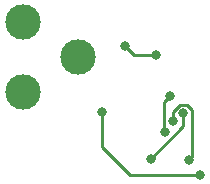
<source format=gbr>
%TF.GenerationSoftware,KiCad,Pcbnew,7.0.2-0*%
%TF.CreationDate,2024-01-11T17:10:38-05:00*%
%TF.ProjectId,SolarCharger_v2,536f6c61-7243-4686-9172-6765725f7632,2*%
%TF.SameCoordinates,Original*%
%TF.FileFunction,Copper,L2,Bot*%
%TF.FilePolarity,Positive*%
%FSLAX46Y46*%
G04 Gerber Fmt 4.6, Leading zero omitted, Abs format (unit mm)*
G04 Created by KiCad (PCBNEW 7.0.2-0) date 2024-01-11 17:10:38*
%MOMM*%
%LPD*%
G01*
G04 APERTURE LIST*
%TA.AperFunction,ComponentPad*%
%ADD10C,3.000000*%
%TD*%
%TA.AperFunction,ViaPad*%
%ADD11C,0.800000*%
%TD*%
%TA.AperFunction,Conductor*%
%ADD12C,0.250000*%
%TD*%
G04 APERTURE END LIST*
D10*
%TO.P,J1,1,1*%
%TO.N,Net-(IC1-IN)*%
X151547600Y-66828125D03*
%TO.P,J1,2,2*%
%TO.N,Net-(D1-K)*%
X151547600Y-72828125D03*
%TO.P,J1,3,3*%
%TO.N,unconnected-(J1-Pad3)*%
X156247600Y-69828125D03*
%TD*%
D11*
%TO.N,Net-(D1-K)*%
X162864800Y-69697600D03*
X160197800Y-68910200D03*
%TO.N,Net-(IC1-OUT_1)*%
X162407600Y-78435200D03*
X165150800Y-74574400D03*
%TO.N,Net-(IC1-BAT_1)*%
X158242000Y-74523600D03*
X166573200Y-79806800D03*
%TO.N,Net-(IC1-~{PGOOD})*%
X163576000Y-76149200D03*
X163982400Y-73152000D03*
%TO.N,Net-(IC1-~{CHG})*%
X165608000Y-78536800D03*
X164236400Y-75285600D03*
%TD*%
D12*
%TO.N,Net-(D1-K)*%
X162864800Y-69697600D02*
X160985200Y-69697600D01*
X160985200Y-69697600D02*
X160197800Y-68910200D01*
%TO.N,Net-(IC1-OUT_1)*%
X165150800Y-74574400D02*
X165150800Y-75692000D01*
X165150800Y-75692000D02*
X162407600Y-78435200D01*
%TO.N,Net-(IC1-BAT_1)*%
X166573200Y-79806800D02*
X160629600Y-79806800D01*
X160629600Y-79806800D02*
X158242000Y-77419200D01*
X158242000Y-77419200D02*
X158242000Y-74523600D01*
%TO.N,Net-(IC1-~{PGOOD})*%
X163511400Y-73623000D02*
X163982400Y-73152000D01*
X163511400Y-76084600D02*
X163511400Y-73623000D01*
X163576000Y-76149200D02*
X163511400Y-76084600D01*
%TO.N,Net-(IC1-~{CHG})*%
X165912800Y-74311095D02*
X165912800Y-78232000D01*
X164236400Y-74463495D02*
X164850495Y-73849400D01*
X165451105Y-73849400D02*
X165912800Y-74311095D01*
X164236400Y-75285600D02*
X164236400Y-74463495D01*
X165912800Y-78232000D02*
X165608000Y-78536800D01*
X164850495Y-73849400D02*
X165451105Y-73849400D01*
%TD*%
M02*

</source>
